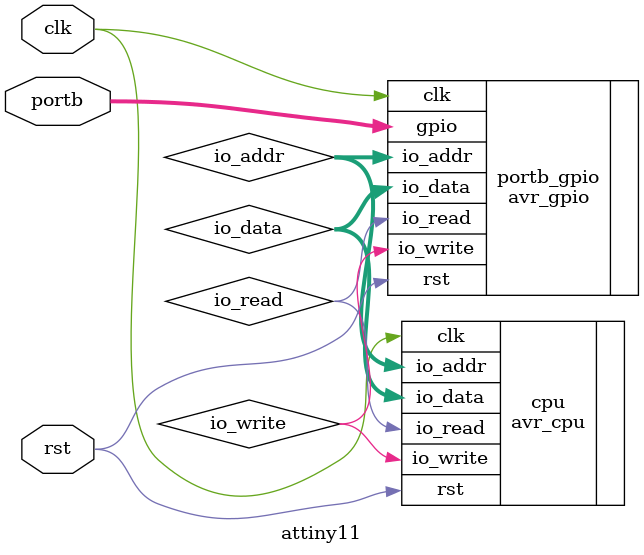
<source format=v>
module attiny11
	(input clk,
	input rst,
	inout [5:0] portb);
	
	wire [5:0] io_addr;
	wire [7:0] io_data;
	wire io_read;
	wire io_write;
	
	avr_cpu cpu(.clk(clk), .rst(rst), .io_addr(io_addr), .io_data(io_data), .io_read(io_read), .io_write(io_write));
	avr_gpio#(.IO_ADDR(22), .PORT_WIDTH(6)) 
		portb_gpio(.clk(clk), .rst(rst), .io_addr(io_addr), .io_data(io_data), .io_read(io_read), .io_write(io_write), .gpio(portb));
	
endmodule

</source>
